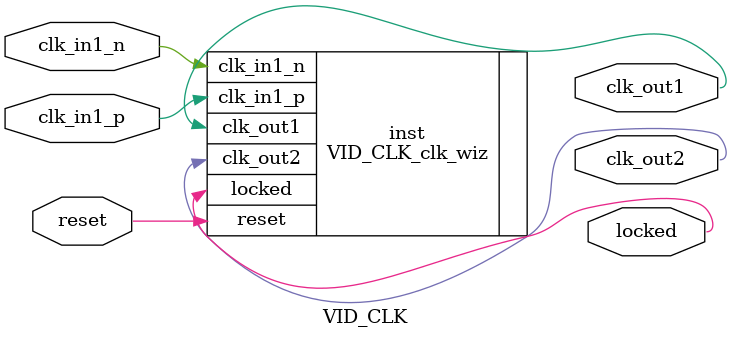
<source format=v>


`timescale 1ps/1ps

(* CORE_GENERATION_INFO = "VID_CLK,clk_wiz_v6_0_1_0_0,{component_name=VID_CLK,use_phase_alignment=true,use_min_o_jitter=false,use_max_i_jitter=false,use_dyn_phase_shift=false,use_inclk_switchover=false,use_dyn_reconfig=false,enable_axi=0,feedback_source=FDBK_AUTO,PRIMITIVE=MMCM,num_out_clk=2,clkin1_period=13.468,clkin2_period=10.000,use_power_down=false,use_reset=true,use_locked=true,use_inclk_stopped=false,feedback_type=SINGLE,CLOCK_MGR_TYPE=NA,manual_override=false}" *)

module VID_CLK 
 (
  // Clock out ports
  output        clk_out1,
  output        clk_out2,
  // Status and control signals
  input         reset,
  output        locked,
 // Clock in ports
  input         clk_in1_p,
  input         clk_in1_n
 );

  VID_CLK_clk_wiz inst
  (
  // Clock out ports  
  .clk_out1(clk_out1),
  .clk_out2(clk_out2),
  // Status and control signals               
  .reset(reset), 
  .locked(locked),
 // Clock in ports
  .clk_in1_p(clk_in1_p),
  .clk_in1_n(clk_in1_n)
  );

endmodule

</source>
